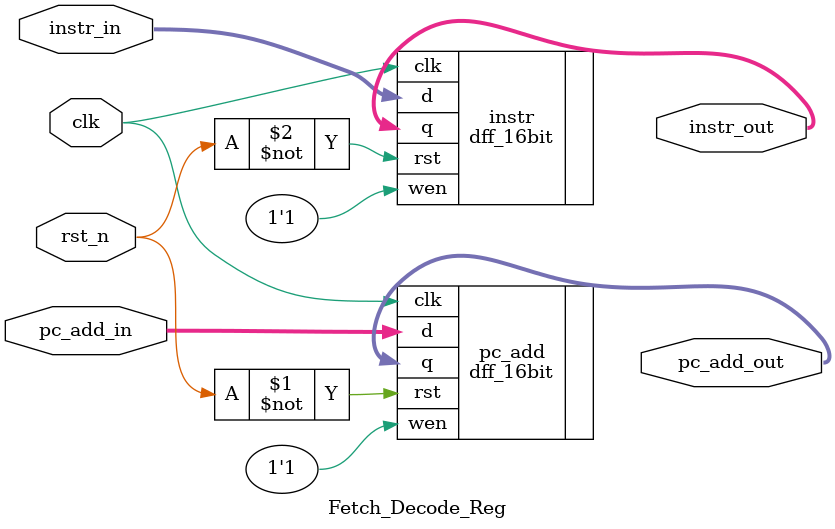
<source format=v>
module Fetch_Decode_Reg(clk, rst_n, pc_add_in, pc_add_out, instr_in, instr_out);

input clk, rst_n;
input [15:0] pc_add_in, instr_in;
output [15:0] pc_add_out, instr_out;

dff_16bit pc_add(.clk(clk), .rst(~rst_n), .q(pc_add_out), .d(pc_add_in), .wen(1'b1));
dff_16bit instr(.clk(clk), .rst(~rst_n), .q(instr_out), .d(instr_in), .wen(1'b1));

endmodule

</source>
